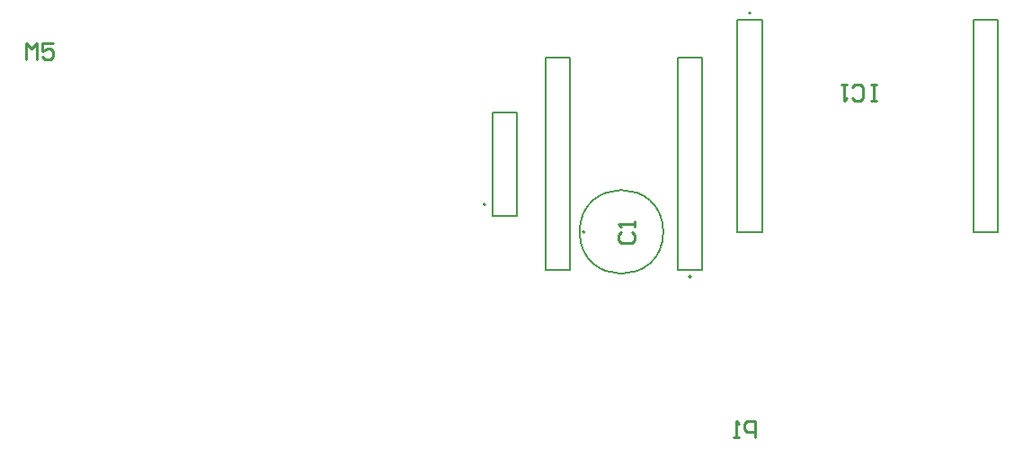
<source format=gto>
G04*
G04 #@! TF.GenerationSoftware,Altium Limited,Altium Designer,24.6.1 (21)*
G04*
G04 Layer_Color=65535*
%FSLAX44Y44*%
%MOMM*%
G71*
G04*
G04 #@! TF.SameCoordinates,1207D394-1C88-4F4B-BD9F-65BECFCF712D*
G04*
G04*
G04 #@! TF.FilePolarity,Positive*
G04*
G01*
G75*
%ADD10C,0.2000*%
%ADD11C,0.1270*%
%ADD12C,0.2540*%
D10*
X821780Y1184830D02*
G03*
X821780Y1184830I-1000J0D01*
G01*
X665440Y978730D02*
G03*
X665440Y978730I-1000J0D01*
G01*
X571950Y1004600D02*
G03*
X571950Y1004600I-1000J0D01*
G01*
X765460Y936600D02*
G03*
X765460Y936600I-1000J0D01*
G01*
D11*
X739370Y978730D02*
G03*
X739370Y978730I-39370J0D01*
G01*
X1031330Y1178330D02*
X1054730D01*
Y978400D02*
Y1178330D01*
X1031330Y978400D02*
Y1178330D01*
Y978400D02*
X1054730D01*
X809080Y1178330D02*
X832480D01*
Y978400D02*
Y1178330D01*
X809080Y978400D02*
Y1178330D01*
Y978400D02*
X832480D01*
X578300Y993900D02*
X601700D01*
X578300D02*
Y1090960D01*
X601700Y993900D02*
Y1090960D01*
X578300D02*
X601700D01*
X628300Y943100D02*
Y1143030D01*
X651700Y943100D02*
Y1143030D01*
X628300Y943100D02*
X651700D01*
X628300Y1143030D02*
X651700D01*
X752760Y943100D02*
Y1143030D01*
X776160Y943100D02*
Y1143030D01*
X752760Y943100D02*
X776160D01*
X752760Y1143030D02*
X776160D01*
D12*
X138911Y1141209D02*
Y1156444D01*
X143989Y1151366D01*
X149068Y1156444D01*
Y1141209D01*
X164303Y1156444D02*
X154146D01*
Y1148827D01*
X159224Y1151366D01*
X161764D01*
X164303Y1148827D01*
Y1143748D01*
X161764Y1141209D01*
X156685D01*
X154146Y1143748D01*
X826167Y785732D02*
Y800967D01*
X818549D01*
X816010Y798428D01*
Y793350D01*
X818549Y790811D01*
X826167D01*
X810932Y785732D02*
X805853D01*
X808392D01*
Y800967D01*
X810932Y798428D01*
X940315Y1102383D02*
X935236D01*
X937776D01*
Y1117617D01*
X940315D01*
X935236D01*
X917462Y1104922D02*
X920001Y1102383D01*
X925080D01*
X927619Y1104922D01*
Y1115078D01*
X925080Y1117617D01*
X920001D01*
X917462Y1115078D01*
X912384Y1117617D02*
X907306D01*
X909845D01*
Y1102383D01*
X912384Y1104922D01*
X699922Y978730D02*
X697382Y976191D01*
Y971113D01*
X699922Y968573D01*
X710078D01*
X712617Y971113D01*
Y976191D01*
X710078Y978730D01*
X712617Y983808D02*
Y988887D01*
Y986348D01*
X697382D01*
X699922Y983808D01*
M02*

</source>
